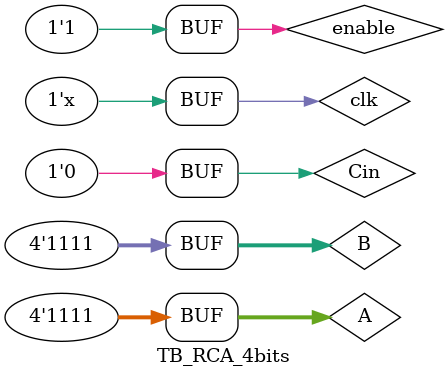
<source format=v>
`timescale 1ns / 1ps

module TB_RCA_4bits;

reg clk;
reg enable;
reg [3:0] A,B;
reg Cin;
wire [4:0] Q;

RCA_4bits u1 (
    .clk(clk),
    .enable(enable),
    .A(A),
    .B(B),
    .Cin(Cin),
    .Q(Q)
    );
 
initial
begin

clk = 0;
enable = 0;

//Test 1
A = 4'b0001;
B = 4'b0111;
Cin = 0;

#10

enable = 1;

//Test 2
#10
A = 4'b0111;
B = 4'b0111;
Cin = 0;

//Test 3
#10
A = 4'b1000;
B = 4'b0111;
Cin = 1;

//Test 4
#10
A = 4'b1100;
B = 4'b0100;
Cin = 0;

//Test 5
#10
A = 4'b1000;
B = 4'b1000;
Cin = 1;

//Test 6
#10
A = 4'b1001;
B = 4'b1010;
Cin = 1;

//Test 7
#10
A = 4'b1111;
B = 4'b1111;
Cin = 0;

end

always
#5 clk = ~clk; 

endmodule

</source>
